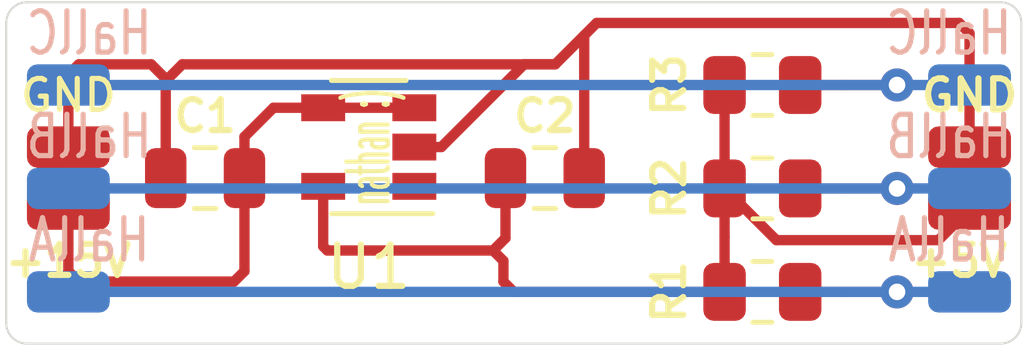
<source format=kicad_pcb>
(kicad_pcb (version 20171130) (host pcbnew "(5.1.10)-1")

  (general
    (thickness 1.6)
    (drawings 21)
    (tracks 56)
    (zones 0)
    (modules 16)
    (nets 8)
  )

  (page A4)
  (layers
    (0 F.Cu signal)
    (31 B.Cu signal)
    (32 B.Adhes user)
    (33 F.Adhes user)
    (34 B.Paste user)
    (35 F.Paste user)
    (36 B.SilkS user)
    (37 F.SilkS user)
    (38 B.Mask user)
    (39 F.Mask user)
    (40 Dwgs.User user)
    (41 Cmts.User user)
    (42 Eco1.User user)
    (43 Eco2.User user)
    (44 Edge.Cuts user)
    (45 Margin user)
    (46 B.CrtYd user)
    (47 F.CrtYd user)
    (48 B.Fab user hide)
    (49 F.Fab user hide)
  )

  (setup
    (last_trace_width 0.25)
    (trace_clearance 0.2)
    (zone_clearance 0.508)
    (zone_45_only no)
    (trace_min 0.2)
    (via_size 0.8)
    (via_drill 0.4)
    (via_min_size 0.4)
    (via_min_drill 0.3)
    (uvia_size 0.3)
    (uvia_drill 0.1)
    (uvias_allowed no)
    (uvia_min_size 0.2)
    (uvia_min_drill 0.1)
    (edge_width 0.05)
    (segment_width 0.2)
    (pcb_text_width 0.3)
    (pcb_text_size 1.5 1.5)
    (mod_edge_width 0.12)
    (mod_text_size 1 1)
    (mod_text_width 0.15)
    (pad_size 1.524 1.524)
    (pad_drill 0.762)
    (pad_to_mask_clearance 0)
    (aux_axis_origin 0 0)
    (visible_elements 7FFFFFFF)
    (pcbplotparams
      (layerselection 0x010fc_ffffffff)
      (usegerberextensions false)
      (usegerberattributes true)
      (usegerberadvancedattributes true)
      (creategerberjobfile true)
      (excludeedgelayer true)
      (linewidth 0.100000)
      (plotframeref false)
      (viasonmask false)
      (mode 1)
      (useauxorigin false)
      (hpglpennumber 1)
      (hpglpenspeed 20)
      (hpglpendiameter 15.000000)
      (psnegative false)
      (psa4output false)
      (plotreference true)
      (plotvalue true)
      (plotinvisibletext false)
      (padsonsilk false)
      (subtractmaskfromsilk false)
      (outputformat 1)
      (mirror false)
      (drillshape 1)
      (scaleselection 1)
      (outputdirectory ""))
  )

  (net 0 "")
  (net 1 GND)
  (net 2 +15V)
  (net 3 +5V)
  (net 4 /HallC)
  (net 5 /HallB)
  (net 6 /HallA)
  (net 7 "Net-(U1-Pad1)")

  (net_class Default "This is the default net class."
    (clearance 0.2)
    (trace_width 0.25)
    (via_dia 0.8)
    (via_drill 0.4)
    (uvia_dia 0.3)
    (uvia_drill 0.1)
    (add_net +15V)
    (add_net +5V)
    (add_net /HallA)
    (add_net /HallB)
    (add_net /HallC)
    (add_net GND)
    (add_net "Net-(U1-Pad1)")
  )

  (module Connector_Wire:SolderWirePad_1x01_SMD_1x2mm (layer F.Cu) (tedit 5DD6EB27) (tstamp 61ED2248)
    (at 128.5 82 90)
    (descr "Wire Pad, Square, SMD Pad,  5mm x 10mm,")
    (tags "MesurementPoint Square SMDPad 5mmx10mm ")
    (path /61EDA874)
    (attr virtual)
    (fp_text reference TP6 (at -1.5 0) (layer F.SilkS) hide
      (effects (font (size 0.75 0.75) (thickness 0.15)))
    )
    (fp_text value TestPoint (at 0 2.54 90) (layer F.Fab)
      (effects (font (size 1 1) (thickness 0.15)))
    )
    (fp_text user %R (at 0 0 90) (layer F.Fab)
      (effects (font (size 1 1) (thickness 0.15)))
    )
    (fp_line (start -0.63 1.27) (end -0.63 -1.27) (layer F.Fab) (width 0.1))
    (fp_line (start 0.63 1.27) (end -0.63 1.27) (layer F.Fab) (width 0.1))
    (fp_line (start 0.63 -1.27) (end 0.63 1.27) (layer F.Fab) (width 0.1))
    (fp_line (start -0.63 -1.27) (end 0.63 -1.27) (layer F.Fab) (width 0.1))
    (fp_line (start -0.63 -1.27) (end -0.63 1.27) (layer F.CrtYd) (width 0.05))
    (fp_line (start -0.63 1.27) (end 0.63 1.27) (layer F.CrtYd) (width 0.05))
    (fp_line (start 0.63 1.27) (end 0.63 -1.27) (layer F.CrtYd) (width 0.05))
    (fp_line (start 0.63 -1.27) (end -0.63 -1.27) (layer F.CrtYd) (width 0.05))
    (pad 1 smd roundrect (at 0 0 90) (size 1 2) (layers F.Cu F.Paste F.Mask) (roundrect_rratio 0.25)
      (net 3 +5V))
  )

  (module Capacitor_SMD:C_0805_2012Metric (layer F.Cu) (tedit 5F68FEEE) (tstamp 61F5D6FC)
    (at 118.25 81.25)
    (descr "Capacitor SMD 0805 (2012 Metric), square (rectangular) end terminal, IPC_7351 nominal, (Body size source: IPC-SM-782 page 76, https://www.pcb-3d.com/wordpress/wp-content/uploads/ipc-sm-782a_amendment_1_and_2.pdf, https://docs.google.com/spreadsheets/d/1BsfQQcO9C6DZCsRaXUlFlo91Tg2WpOkGARC1WS5S8t0/edit?usp=sharing), generated with kicad-footprint-generator")
    (tags capacitor)
    (path /6190BB57)
    (attr smd)
    (fp_text reference C2 (at 0 -1.5) (layer F.SilkS)
      (effects (font (size 0.75 0.75) (thickness 0.15)))
    )
    (fp_text value .1μ (at 0 1.68) (layer F.Fab)
      (effects (font (size 1 1) (thickness 0.15)))
    )
    (fp_line (start -1 0.625) (end -1 -0.625) (layer F.Fab) (width 0.1))
    (fp_line (start -1 -0.625) (end 1 -0.625) (layer F.Fab) (width 0.1))
    (fp_line (start 1 -0.625) (end 1 0.625) (layer F.Fab) (width 0.1))
    (fp_line (start 1 0.625) (end -1 0.625) (layer F.Fab) (width 0.1))
    (fp_line (start -0.261252 -0.735) (end 0.261252 -0.735) (layer F.SilkS) (width 0.12))
    (fp_line (start -0.261252 0.735) (end 0.261252 0.735) (layer F.SilkS) (width 0.12))
    (fp_line (start -1.7 0.98) (end -1.7 -0.98) (layer F.CrtYd) (width 0.05))
    (fp_line (start -1.7 -0.98) (end 1.7 -0.98) (layer F.CrtYd) (width 0.05))
    (fp_line (start 1.7 -0.98) (end 1.7 0.98) (layer F.CrtYd) (width 0.05))
    (fp_line (start 1.7 0.98) (end -1.7 0.98) (layer F.CrtYd) (width 0.05))
    (fp_text user %R (at 0 0) (layer F.Fab)
      (effects (font (size 0.5 0.5) (thickness 0.08)))
    )
    (pad 2 smd roundrect (at 0.95 0) (size 1 1.45) (layers F.Cu F.Paste F.Mask) (roundrect_rratio 0.25)
      (net 1 GND))
    (pad 1 smd roundrect (at -0.95 0) (size 1 1.45) (layers F.Cu F.Paste F.Mask) (roundrect_rratio 0.25)
      (net 3 +5V))
    (model ${KISYS3DMOD}/Capacitor_SMD.3dshapes/C_0805_2012Metric.wrl
      (at (xyz 0 0 0))
      (scale (xyz 1 1 1))
      (rotate (xyz 0 0 0))
    )
  )

  (module Connector_Wire:SolderWirePad_1x01_SMD_1x2mm (layer F.Cu) (tedit 5DD6EB27) (tstamp 61F5D2A5)
    (at 106.75 82 270)
    (descr "Wire Pad, Square, SMD Pad,  5mm x 10mm,")
    (tags "MesurementPoint Square SMDPad 5mmx10mm ")
    (path /61EC6F84)
    (attr virtual)
    (fp_text reference TP1 (at -1.25 0) (layer F.SilkS) hide
      (effects (font (size 0.75 0.75) (thickness 0.15)))
    )
    (fp_text value TestPoint (at 0 2.54 90) (layer F.Fab)
      (effects (font (size 1 1) (thickness 0.15)))
    )
    (fp_line (start 0.63 -1.27) (end -0.63 -1.27) (layer F.CrtYd) (width 0.05))
    (fp_line (start 0.63 1.27) (end 0.63 -1.27) (layer F.CrtYd) (width 0.05))
    (fp_line (start -0.63 1.27) (end 0.63 1.27) (layer F.CrtYd) (width 0.05))
    (fp_line (start -0.63 -1.27) (end -0.63 1.27) (layer F.CrtYd) (width 0.05))
    (fp_line (start -0.63 -1.27) (end 0.63 -1.27) (layer F.Fab) (width 0.1))
    (fp_line (start 0.63 -1.27) (end 0.63 1.27) (layer F.Fab) (width 0.1))
    (fp_line (start 0.63 1.27) (end -0.63 1.27) (layer F.Fab) (width 0.1))
    (fp_line (start -0.63 1.27) (end -0.63 -1.27) (layer F.Fab) (width 0.1))
    (fp_text user %R (at 0 0 90) (layer F.Fab)
      (effects (font (size 1 1) (thickness 0.15)))
    )
    (pad 1 smd roundrect (at 0 0 270) (size 1 2) (layers F.Cu F.Paste F.Mask) (roundrect_rratio 0.25)
      (net 2 +15V))
  )

  (module Connector_Wire:SolderWirePad_1x01_SMD_1x2mm (layer F.Cu) (tedit 5DD6EB27) (tstamp 61ECD214)
    (at 106.75 80.5 270)
    (descr "Wire Pad, Square, SMD Pad,  5mm x 10mm,")
    (tags "MesurementPoint Square SMDPad 5mmx10mm ")
    (path /61EC9E9E)
    (attr virtual)
    (fp_text reference TP5 (at 1.25 0 180) (layer F.SilkS) hide
      (effects (font (size 0.75 0.75) (thickness 0.15)))
    )
    (fp_text value TestPoint (at 0 2.54 90) (layer F.Fab)
      (effects (font (size 1 1) (thickness 0.15)))
    )
    (fp_line (start 0.63 -1.27) (end -0.63 -1.27) (layer F.CrtYd) (width 0.05))
    (fp_line (start 0.63 1.27) (end 0.63 -1.27) (layer F.CrtYd) (width 0.05))
    (fp_line (start -0.63 1.27) (end 0.63 1.27) (layer F.CrtYd) (width 0.05))
    (fp_line (start -0.63 -1.27) (end -0.63 1.27) (layer F.CrtYd) (width 0.05))
    (fp_line (start -0.63 -1.27) (end 0.63 -1.27) (layer F.Fab) (width 0.1))
    (fp_line (start 0.63 -1.27) (end 0.63 1.27) (layer F.Fab) (width 0.1))
    (fp_line (start 0.63 1.27) (end -0.63 1.27) (layer F.Fab) (width 0.1))
    (fp_line (start -0.63 1.27) (end -0.63 -1.27) (layer F.Fab) (width 0.1))
    (fp_text user %R (at 0 0 90) (layer F.Fab)
      (effects (font (size 1 1) (thickness 0.15)))
    )
    (pad 1 smd roundrect (at 0 0 270) (size 1 2) (layers F.Cu F.Paste F.Mask) (roundrect_rratio 0.25)
      (net 1 GND))
  )

  (module Connector_Wire:SolderWirePad_1x01_SMD_1x2mm (layer B.Cu) (tedit 5DD6EB27) (tstamp 61ED2221)
    (at 128.5 79 90)
    (descr "Wire Pad, Square, SMD Pad,  5mm x 10mm,")
    (tags "MesurementPoint Square SMDPad 5mmx10mm ")
    (path /61EDC92F)
    (attr virtual)
    (fp_text reference TP9 (at 1.25 0 180) (layer B.SilkS) hide
      (effects (font (size 0.75 0.75) (thickness 0.15)) (justify mirror))
    )
    (fp_text value TestPoint (at 0 -2.54 90) (layer B.Fab)
      (effects (font (size 1 1) (thickness 0.15)) (justify mirror))
    )
    (fp_line (start 0.63 1.27) (end -0.63 1.27) (layer B.CrtYd) (width 0.05))
    (fp_line (start 0.63 -1.27) (end 0.63 1.27) (layer B.CrtYd) (width 0.05))
    (fp_line (start -0.63 -1.27) (end 0.63 -1.27) (layer B.CrtYd) (width 0.05))
    (fp_line (start -0.63 1.27) (end -0.63 -1.27) (layer B.CrtYd) (width 0.05))
    (fp_line (start -0.63 1.27) (end 0.63 1.27) (layer B.Fab) (width 0.1))
    (fp_line (start 0.63 1.27) (end 0.63 -1.27) (layer B.Fab) (width 0.1))
    (fp_line (start 0.63 -1.27) (end -0.63 -1.27) (layer B.Fab) (width 0.1))
    (fp_line (start -0.63 -1.27) (end -0.63 1.27) (layer B.Fab) (width 0.1))
    (fp_text user %R (at 0 0 90) (layer B.Fab)
      (effects (font (size 1 1) (thickness 0.15)) (justify mirror))
    )
    (pad 1 smd roundrect (at 0 0 90) (size 1 2) (layers B.Cu B.Paste B.Mask) (roundrect_rratio 0.25)
      (net 4 /HallC))
  )

  (module Package_TO_SOT_SMD:SOT-23-5 (layer F.Cu) (tedit 5A02FF57) (tstamp 61ECEDC0)
    (at 114 80.5 180)
    (descr "5-pin SOT23 package")
    (tags SOT-23-5)
    (path /61F0B42A)
    (attr smd)
    (fp_text reference U1 (at 0 -2.9) (layer F.SilkS)
      (effects (font (size 1 1) (thickness 0.15)))
    )
    (fp_text value MIC3490-5.0YM5-TR (at 0 2.9) (layer F.Fab)
      (effects (font (size 1 1) (thickness 0.15)))
    )
    (fp_line (start -0.9 1.61) (end 0.9 1.61) (layer F.SilkS) (width 0.12))
    (fp_line (start 0.9 -1.61) (end -1.55 -1.61) (layer F.SilkS) (width 0.12))
    (fp_line (start -1.9 -1.8) (end 1.9 -1.8) (layer F.CrtYd) (width 0.05))
    (fp_line (start 1.9 -1.8) (end 1.9 1.8) (layer F.CrtYd) (width 0.05))
    (fp_line (start 1.9 1.8) (end -1.9 1.8) (layer F.CrtYd) (width 0.05))
    (fp_line (start -1.9 1.8) (end -1.9 -1.8) (layer F.CrtYd) (width 0.05))
    (fp_line (start -0.9 -0.9) (end -0.25 -1.55) (layer F.Fab) (width 0.1))
    (fp_line (start 0.9 -1.55) (end -0.25 -1.55) (layer F.Fab) (width 0.1))
    (fp_line (start -0.9 -0.9) (end -0.9 1.55) (layer F.Fab) (width 0.1))
    (fp_line (start 0.9 1.55) (end -0.9 1.55) (layer F.Fab) (width 0.1))
    (fp_line (start 0.9 -1.55) (end 0.9 1.55) (layer F.Fab) (width 0.1))
    (fp_text user %R (at 0 0 90) (layer F.Fab)
      (effects (font (size 0.5 0.5) (thickness 0.075)))
    )
    (pad 5 smd rect (at 1.1 -0.95 180) (size 1.06 0.65) (layers F.Cu F.Paste F.Mask)
      (net 3 +5V))
    (pad 4 smd rect (at 1.1 0.95 180) (size 1.06 0.65) (layers F.Cu F.Paste F.Mask)
      (net 2 +15V))
    (pad 3 smd rect (at -1.1 0.95 180) (size 1.06 0.65) (layers F.Cu F.Paste F.Mask)
      (net 2 +15V))
    (pad 2 smd rect (at -1.1 0 180) (size 1.06 0.65) (layers F.Cu F.Paste F.Mask)
      (net 1 GND))
    (pad 1 smd rect (at -1.1 -0.95 180) (size 1.06 0.65) (layers F.Cu F.Paste F.Mask)
      (net 7 "Net-(U1-Pad1)"))
    (model ${KISYS3DMOD}/Package_TO_SOT_SMD.3dshapes/SOT-23-5.wrl
      (at (xyz 0 0 0))
      (scale (xyz 1 1 1))
      (rotate (xyz 0 0 0))
    )
  )

  (module Connector_Wire:SolderWirePad_1x01_SMD_1x2mm (layer B.Cu) (tedit 5DD6EB27) (tstamp 61ED284A)
    (at 106.75 81.5 90)
    (descr "Wire Pad, Square, SMD Pad,  5mm x 10mm,")
    (tags "MesurementPoint Square SMDPad 5mmx10mm ")
    (path /61EC9285)
    (attr virtual)
    (fp_text reference TP3 (at 1.25 0 180) (layer B.SilkS) hide
      (effects (font (size 0.75 0.75) (thickness 0.15)) (justify mirror))
    )
    (fp_text value TestPoint (at 0 -2.54 90) (layer B.Fab)
      (effects (font (size 1 1) (thickness 0.15)) (justify mirror))
    )
    (fp_line (start 0.63 1.27) (end -0.63 1.27) (layer B.CrtYd) (width 0.05))
    (fp_line (start 0.63 -1.27) (end 0.63 1.27) (layer B.CrtYd) (width 0.05))
    (fp_line (start -0.63 -1.27) (end 0.63 -1.27) (layer B.CrtYd) (width 0.05))
    (fp_line (start -0.63 1.27) (end -0.63 -1.27) (layer B.CrtYd) (width 0.05))
    (fp_line (start -0.63 1.27) (end 0.63 1.27) (layer B.Fab) (width 0.1))
    (fp_line (start 0.63 1.27) (end 0.63 -1.27) (layer B.Fab) (width 0.1))
    (fp_line (start 0.63 -1.27) (end -0.63 -1.27) (layer B.Fab) (width 0.1))
    (fp_line (start -0.63 -1.27) (end -0.63 1.27) (layer B.Fab) (width 0.1))
    (fp_text user %R (at 0 0 90) (layer B.Fab)
      (effects (font (size 1 1) (thickness 0.15)) (justify mirror))
    )
    (pad 1 smd roundrect (at 0 0 90) (size 1 2) (layers B.Cu B.Paste B.Mask) (roundrect_rratio 0.25)
      (net 5 /HallB))
  )

  (module Resistor_SMD:R_0805_2012Metric (layer F.Cu) (tedit 5F68FEEE) (tstamp 61ED22D2)
    (at 123.5 79 180)
    (descr "Resistor SMD 0805 (2012 Metric), square (rectangular) end terminal, IPC_7351 nominal, (Body size source: IPC-SM-782 page 72, https://www.pcb-3d.com/wordpress/wp-content/uploads/ipc-sm-782a_amendment_1_and_2.pdf), generated with kicad-footprint-generator")
    (tags resistor)
    (path /61938C1E)
    (attr smd)
    (fp_text reference R3 (at 2.25 0 270) (layer F.SilkS)
      (effects (font (size 0.75 0.75) (thickness 0.15)))
    )
    (fp_text value 1K (at 0 1.65) (layer F.Fab)
      (effects (font (size 1 1) (thickness 0.15)))
    )
    (fp_line (start -1 0.625) (end -1 -0.625) (layer F.Fab) (width 0.1))
    (fp_line (start -1 -0.625) (end 1 -0.625) (layer F.Fab) (width 0.1))
    (fp_line (start 1 -0.625) (end 1 0.625) (layer F.Fab) (width 0.1))
    (fp_line (start 1 0.625) (end -1 0.625) (layer F.Fab) (width 0.1))
    (fp_line (start -0.227064 -0.735) (end 0.227064 -0.735) (layer F.SilkS) (width 0.12))
    (fp_line (start -0.227064 0.735) (end 0.227064 0.735) (layer F.SilkS) (width 0.12))
    (fp_line (start -1.68 0.95) (end -1.68 -0.95) (layer F.CrtYd) (width 0.05))
    (fp_line (start -1.68 -0.95) (end 1.68 -0.95) (layer F.CrtYd) (width 0.05))
    (fp_line (start 1.68 -0.95) (end 1.68 0.95) (layer F.CrtYd) (width 0.05))
    (fp_line (start 1.68 0.95) (end -1.68 0.95) (layer F.CrtYd) (width 0.05))
    (fp_text user %R (at 0 0) (layer F.Fab)
      (effects (font (size 0.5 0.5) (thickness 0.08)))
    )
    (pad 2 smd roundrect (at 0.9125 0 180) (size 1.025 1.4) (layers F.Cu F.Paste F.Mask) (roundrect_rratio 0.243902)
      (net 3 +5V))
    (pad 1 smd roundrect (at -0.9125 0 180) (size 1.025 1.4) (layers F.Cu F.Paste F.Mask) (roundrect_rratio 0.243902)
      (net 4 /HallC))
    (model ${KISYS3DMOD}/Resistor_SMD.3dshapes/R_0805_2012Metric.wrl
      (at (xyz 0 0 0))
      (scale (xyz 1 1 1))
      (rotate (xyz 0 0 0))
    )
  )

  (module Connector_Wire:SolderWirePad_1x01_SMD_1x2mm (layer B.Cu) (tedit 5DD6EB27) (tstamp 61ECD1EA)
    (at 106.75 79 270)
    (descr "Wire Pad, Square, SMD Pad,  5mm x 10mm,")
    (tags "MesurementPoint Square SMDPad 5mmx10mm ")
    (path /61EC8CC8)
    (attr virtual)
    (fp_text reference TP2 (at -1.25 0 180) (layer B.SilkS) hide
      (effects (font (size 0.75 0.75) (thickness 0.15)) (justify mirror))
    )
    (fp_text value TestPoint (at 0 -2.54 90) (layer B.Fab)
      (effects (font (size 1 1) (thickness 0.15)) (justify mirror))
    )
    (fp_line (start 0.63 1.27) (end -0.63 1.27) (layer B.CrtYd) (width 0.05))
    (fp_line (start 0.63 -1.27) (end 0.63 1.27) (layer B.CrtYd) (width 0.05))
    (fp_line (start -0.63 -1.27) (end 0.63 -1.27) (layer B.CrtYd) (width 0.05))
    (fp_line (start -0.63 1.27) (end -0.63 -1.27) (layer B.CrtYd) (width 0.05))
    (fp_line (start -0.63 1.27) (end 0.63 1.27) (layer B.Fab) (width 0.1))
    (fp_line (start 0.63 1.27) (end 0.63 -1.27) (layer B.Fab) (width 0.1))
    (fp_line (start 0.63 -1.27) (end -0.63 -1.27) (layer B.Fab) (width 0.1))
    (fp_line (start -0.63 -1.27) (end -0.63 1.27) (layer B.Fab) (width 0.1))
    (fp_text user %R (at 0 0 90) (layer B.Fab)
      (effects (font (size 1 1) (thickness 0.15)) (justify mirror))
    )
    (pad 1 smd roundrect (at 0 0 270) (size 1 2) (layers B.Cu B.Paste B.Mask) (roundrect_rratio 0.25)
      (net 4 /HallC))
  )

  (module Capacitor_SMD:C_0805_2012Metric (layer F.Cu) (tedit 5F68FEEE) (tstamp 61F573D1)
    (at 110.05 81.25 180)
    (descr "Capacitor SMD 0805 (2012 Metric), square (rectangular) end terminal, IPC_7351 nominal, (Body size source: IPC-SM-782 page 76, https://www.pcb-3d.com/wordpress/wp-content/uploads/ipc-sm-782a_amendment_1_and_2.pdf, https://docs.google.com/spreadsheets/d/1BsfQQcO9C6DZCsRaXUlFlo91Tg2WpOkGARC1WS5S8t0/edit?usp=sharing), generated with kicad-footprint-generator")
    (tags capacitor)
    (path /619099D6)
    (attr smd)
    (fp_text reference C1 (at 0 1.5) (layer F.SilkS)
      (effects (font (size 0.75 0.75) (thickness 0.15)))
    )
    (fp_text value .33μ (at 0 1.68) (layer F.Fab)
      (effects (font (size 1 1) (thickness 0.15)))
    )
    (fp_line (start -1 0.625) (end -1 -0.625) (layer F.Fab) (width 0.1))
    (fp_line (start -1 -0.625) (end 1 -0.625) (layer F.Fab) (width 0.1))
    (fp_line (start 1 -0.625) (end 1 0.625) (layer F.Fab) (width 0.1))
    (fp_line (start 1 0.625) (end -1 0.625) (layer F.Fab) (width 0.1))
    (fp_line (start -0.261252 -0.735) (end 0.261252 -0.735) (layer F.SilkS) (width 0.12))
    (fp_line (start -0.261252 0.735) (end 0.261252 0.735) (layer F.SilkS) (width 0.12))
    (fp_line (start -1.7 0.98) (end -1.7 -0.98) (layer F.CrtYd) (width 0.05))
    (fp_line (start -1.7 -0.98) (end 1.7 -0.98) (layer F.CrtYd) (width 0.05))
    (fp_line (start 1.7 -0.98) (end 1.7 0.98) (layer F.CrtYd) (width 0.05))
    (fp_line (start 1.7 0.98) (end -1.7 0.98) (layer F.CrtYd) (width 0.05))
    (fp_text user %R (at 0 0) (layer F.Fab)
      (effects (font (size 0.5 0.5) (thickness 0.08)))
    )
    (pad 2 smd roundrect (at 0.95 0 180) (size 1 1.45) (layers F.Cu F.Paste F.Mask) (roundrect_rratio 0.25)
      (net 1 GND))
    (pad 1 smd roundrect (at -0.95 0 180) (size 1 1.45) (layers F.Cu F.Paste F.Mask) (roundrect_rratio 0.25)
      (net 2 +15V))
    (model ${KISYS3DMOD}/Capacitor_SMD.3dshapes/C_0805_2012Metric.wrl
      (at (xyz 0 0 0))
      (scale (xyz 1 1 1))
      (rotate (xyz 0 0 0))
    )
  )

  (module Resistor_SMD:R_0805_2012Metric (layer F.Cu) (tedit 5F68FEEE) (tstamp 61ED22A2)
    (at 123.5 84 180)
    (descr "Resistor SMD 0805 (2012 Metric), square (rectangular) end terminal, IPC_7351 nominal, (Body size source: IPC-SM-782 page 72, https://www.pcb-3d.com/wordpress/wp-content/uploads/ipc-sm-782a_amendment_1_and_2.pdf), generated with kicad-footprint-generator")
    (tags resistor)
    (path /61935F07)
    (attr smd)
    (fp_text reference R1 (at 2.25 0 90) (layer F.SilkS)
      (effects (font (size 0.75 0.75) (thickness 0.15)))
    )
    (fp_text value 1K (at 0 1.65) (layer F.Fab)
      (effects (font (size 1 1) (thickness 0.15)))
    )
    (fp_line (start -1 0.625) (end -1 -0.625) (layer F.Fab) (width 0.1))
    (fp_line (start -1 -0.625) (end 1 -0.625) (layer F.Fab) (width 0.1))
    (fp_line (start 1 -0.625) (end 1 0.625) (layer F.Fab) (width 0.1))
    (fp_line (start 1 0.625) (end -1 0.625) (layer F.Fab) (width 0.1))
    (fp_line (start -0.227064 -0.735) (end 0.227064 -0.735) (layer F.SilkS) (width 0.12))
    (fp_line (start -0.227064 0.735) (end 0.227064 0.735) (layer F.SilkS) (width 0.12))
    (fp_line (start -1.68 0.95) (end -1.68 -0.95) (layer F.CrtYd) (width 0.05))
    (fp_line (start -1.68 -0.95) (end 1.68 -0.95) (layer F.CrtYd) (width 0.05))
    (fp_line (start 1.68 -0.95) (end 1.68 0.95) (layer F.CrtYd) (width 0.05))
    (fp_line (start 1.68 0.95) (end -1.68 0.95) (layer F.CrtYd) (width 0.05))
    (fp_text user %R (at 0 0) (layer F.Fab)
      (effects (font (size 0.5 0.5) (thickness 0.08)))
    )
    (pad 2 smd roundrect (at 0.9125 0 180) (size 1.025 1.4) (layers F.Cu F.Paste F.Mask) (roundrect_rratio 0.243902)
      (net 3 +5V))
    (pad 1 smd roundrect (at -0.9125 0 180) (size 1.025 1.4) (layers F.Cu F.Paste F.Mask) (roundrect_rratio 0.243902)
      (net 6 /HallA))
    (model ${KISYS3DMOD}/Resistor_SMD.3dshapes/R_0805_2012Metric.wrl
      (at (xyz 0 0 0))
      (scale (xyz 1 1 1))
      (rotate (xyz 0 0 0))
    )
  )

  (module Resistor_SMD:R_0805_2012Metric (layer F.Cu) (tedit 5F68FEEE) (tstamp 61ED2272)
    (at 123.5 81.5 180)
    (descr "Resistor SMD 0805 (2012 Metric), square (rectangular) end terminal, IPC_7351 nominal, (Body size source: IPC-SM-782 page 72, https://www.pcb-3d.com/wordpress/wp-content/uploads/ipc-sm-782a_amendment_1_and_2.pdf), generated with kicad-footprint-generator")
    (tags resistor)
    (path /61937E55)
    (attr smd)
    (fp_text reference R2 (at 2.25 0 90) (layer F.SilkS)
      (effects (font (size 0.75 0.75) (thickness 0.15)))
    )
    (fp_text value 1K (at 0 1.65) (layer F.Fab)
      (effects (font (size 1 1) (thickness 0.15)))
    )
    (fp_line (start -1 0.625) (end -1 -0.625) (layer F.Fab) (width 0.1))
    (fp_line (start -1 -0.625) (end 1 -0.625) (layer F.Fab) (width 0.1))
    (fp_line (start 1 -0.625) (end 1 0.625) (layer F.Fab) (width 0.1))
    (fp_line (start 1 0.625) (end -1 0.625) (layer F.Fab) (width 0.1))
    (fp_line (start -0.227064 -0.735) (end 0.227064 -0.735) (layer F.SilkS) (width 0.12))
    (fp_line (start -0.227064 0.735) (end 0.227064 0.735) (layer F.SilkS) (width 0.12))
    (fp_line (start -1.68 0.95) (end -1.68 -0.95) (layer F.CrtYd) (width 0.05))
    (fp_line (start -1.68 -0.95) (end 1.68 -0.95) (layer F.CrtYd) (width 0.05))
    (fp_line (start 1.68 -0.95) (end 1.68 0.95) (layer F.CrtYd) (width 0.05))
    (fp_line (start 1.68 0.95) (end -1.68 0.95) (layer F.CrtYd) (width 0.05))
    (fp_text user %R (at 0 0) (layer F.Fab)
      (effects (font (size 0.5 0.5) (thickness 0.08)))
    )
    (pad 2 smd roundrect (at 0.9125 0 180) (size 1.025 1.4) (layers F.Cu F.Paste F.Mask) (roundrect_rratio 0.243902)
      (net 3 +5V))
    (pad 1 smd roundrect (at -0.9125 0 180) (size 1.025 1.4) (layers F.Cu F.Paste F.Mask) (roundrect_rratio 0.243902)
      (net 5 /HallB))
    (model ${KISYS3DMOD}/Resistor_SMD.3dshapes/R_0805_2012Metric.wrl
      (at (xyz 0 0 0))
      (scale (xyz 1 1 1))
      (rotate (xyz 0 0 0))
    )
  )

  (module Connector_Wire:SolderWirePad_1x01_SMD_1x2mm (layer B.Cu) (tedit 5DD6EB27) (tstamp 61ED2C55)
    (at 106.75 84 90)
    (descr "Wire Pad, Square, SMD Pad,  5mm x 10mm,")
    (tags "MesurementPoint Square SMDPad 5mmx10mm ")
    (path /61EC98C9)
    (attr virtual)
    (fp_text reference TP4 (at 1.25 0 180) (layer B.SilkS) hide
      (effects (font (size 0.75 0.75) (thickness 0.15)) (justify mirror))
    )
    (fp_text value TestPoint (at 0 -2.54 90) (layer B.Fab)
      (effects (font (size 1 1) (thickness 0.15)) (justify mirror))
    )
    (fp_line (start 0.63 1.27) (end -0.63 1.27) (layer B.CrtYd) (width 0.05))
    (fp_line (start 0.63 -1.27) (end 0.63 1.27) (layer B.CrtYd) (width 0.05))
    (fp_line (start -0.63 -1.27) (end 0.63 -1.27) (layer B.CrtYd) (width 0.05))
    (fp_line (start -0.63 1.27) (end -0.63 -1.27) (layer B.CrtYd) (width 0.05))
    (fp_line (start -0.63 1.27) (end 0.63 1.27) (layer B.Fab) (width 0.1))
    (fp_line (start 0.63 1.27) (end 0.63 -1.27) (layer B.Fab) (width 0.1))
    (fp_line (start 0.63 -1.27) (end -0.63 -1.27) (layer B.Fab) (width 0.1))
    (fp_line (start -0.63 -1.27) (end -0.63 1.27) (layer B.Fab) (width 0.1))
    (fp_text user %R (at 0 0 90) (layer B.Fab)
      (effects (font (size 1 1) (thickness 0.15)) (justify mirror))
    )
    (pad 1 smd roundrect (at 0 0 90) (size 1 2) (layers B.Cu B.Paste B.Mask) (roundrect_rratio 0.25)
      (net 6 /HallA))
  )

  (module Connector_Wire:SolderWirePad_1x01_SMD_1x2mm (layer F.Cu) (tedit 5DD6EB27) (tstamp 61ED23F6)
    (at 128.5 80.5 270)
    (descr "Wire Pad, Square, SMD Pad,  5mm x 10mm,")
    (tags "MesurementPoint Square SMDPad 5mmx10mm ")
    (path /61EDCE66)
    (attr virtual)
    (fp_text reference TP10 (at -1.25 0 180) (layer F.SilkS) hide
      (effects (font (size 0.75 0.75) (thickness 0.15)))
    )
    (fp_text value TestPoint (at 0 2.54 90) (layer F.Fab)
      (effects (font (size 1 1) (thickness 0.15)))
    )
    (fp_line (start 0.63 -1.27) (end -0.63 -1.27) (layer F.CrtYd) (width 0.05))
    (fp_line (start 0.63 1.27) (end 0.63 -1.27) (layer F.CrtYd) (width 0.05))
    (fp_line (start -0.63 1.27) (end 0.63 1.27) (layer F.CrtYd) (width 0.05))
    (fp_line (start -0.63 -1.27) (end -0.63 1.27) (layer F.CrtYd) (width 0.05))
    (fp_line (start -0.63 -1.27) (end 0.63 -1.27) (layer F.Fab) (width 0.1))
    (fp_line (start 0.63 -1.27) (end 0.63 1.27) (layer F.Fab) (width 0.1))
    (fp_line (start 0.63 1.27) (end -0.63 1.27) (layer F.Fab) (width 0.1))
    (fp_line (start -0.63 1.27) (end -0.63 -1.27) (layer F.Fab) (width 0.1))
    (fp_text user %R (at 0 0 90) (layer F.Fab)
      (effects (font (size 1 1) (thickness 0.15)))
    )
    (pad 1 smd roundrect (at 0 0 270) (size 1 2) (layers F.Cu F.Paste F.Mask) (roundrect_rratio 0.25)
      (net 1 GND))
  )

  (module Connector_Wire:SolderWirePad_1x01_SMD_1x2mm (layer B.Cu) (tedit 5DD6EB27) (tstamp 61ED21FA)
    (at 128.5 81.5 90)
    (descr "Wire Pad, Square, SMD Pad,  5mm x 10mm,")
    (tags "MesurementPoint Square SMDPad 5mmx10mm ")
    (path /61EDC441)
    (attr virtual)
    (fp_text reference TP8 (at 1.25 0 180) (layer B.SilkS) hide
      (effects (font (size 0.75 0.75) (thickness 0.15)) (justify mirror))
    )
    (fp_text value TestPoint (at 0 -2.54 90) (layer B.Fab)
      (effects (font (size 1 1) (thickness 0.15)) (justify mirror))
    )
    (fp_line (start 0.63 1.27) (end -0.63 1.27) (layer B.CrtYd) (width 0.05))
    (fp_line (start 0.63 -1.27) (end 0.63 1.27) (layer B.CrtYd) (width 0.05))
    (fp_line (start -0.63 -1.27) (end 0.63 -1.27) (layer B.CrtYd) (width 0.05))
    (fp_line (start -0.63 1.27) (end -0.63 -1.27) (layer B.CrtYd) (width 0.05))
    (fp_line (start -0.63 1.27) (end 0.63 1.27) (layer B.Fab) (width 0.1))
    (fp_line (start 0.63 1.27) (end 0.63 -1.27) (layer B.Fab) (width 0.1))
    (fp_line (start 0.63 -1.27) (end -0.63 -1.27) (layer B.Fab) (width 0.1))
    (fp_line (start -0.63 -1.27) (end -0.63 1.27) (layer B.Fab) (width 0.1))
    (fp_text user %R (at 0 0 90) (layer B.Fab)
      (effects (font (size 1 1) (thickness 0.15)) (justify mirror))
    )
    (pad 1 smd roundrect (at 0 0 90) (size 1 2) (layers B.Cu B.Paste B.Mask) (roundrect_rratio 0.25)
      (net 5 /HallB))
  )

  (module Connector_Wire:SolderWirePad_1x01_SMD_1x2mm (layer B.Cu) (tedit 5DD6EB27) (tstamp 61ED21D3)
    (at 128.5 84 90)
    (descr "Wire Pad, Square, SMD Pad,  5mm x 10mm,")
    (tags "MesurementPoint Square SMDPad 5mmx10mm ")
    (path /61EDBE9F)
    (attr virtual)
    (fp_text reference TP7 (at 1.25 0 180) (layer B.SilkS) hide
      (effects (font (size 0.75 0.75) (thickness 0.15)) (justify mirror))
    )
    (fp_text value TestPoint (at 0 -2.54 90) (layer B.Fab)
      (effects (font (size 1 1) (thickness 0.15)) (justify mirror))
    )
    (fp_line (start 0.63 1.27) (end -0.63 1.27) (layer B.CrtYd) (width 0.05))
    (fp_line (start 0.63 -1.27) (end 0.63 1.27) (layer B.CrtYd) (width 0.05))
    (fp_line (start -0.63 -1.27) (end 0.63 -1.27) (layer B.CrtYd) (width 0.05))
    (fp_line (start -0.63 1.27) (end -0.63 -1.27) (layer B.CrtYd) (width 0.05))
    (fp_line (start -0.63 1.27) (end 0.63 1.27) (layer B.Fab) (width 0.1))
    (fp_line (start 0.63 1.27) (end 0.63 -1.27) (layer B.Fab) (width 0.1))
    (fp_line (start 0.63 -1.27) (end -0.63 -1.27) (layer B.Fab) (width 0.1))
    (fp_line (start -0.63 -1.27) (end -0.63 1.27) (layer B.Fab) (width 0.1))
    (fp_text user %R (at 0 0 90) (layer B.Fab)
      (effects (font (size 1 1) (thickness 0.15)) (justify mirror))
    )
    (pad 1 smd roundrect (at 0 0 90) (size 1 2) (layers B.Cu B.Paste B.Mask) (roundrect_rratio 0.25)
      (net 6 /HallA))
  )

  (gr_text GND (at 128.5 79.25) (layer F.SilkS)
    (effects (font (size 0.75 0.75) (thickness 0.15)))
  )
  (gr_text GND (at 106.75 79.25) (layer F.SilkS)
    (effects (font (size 0.75 0.75) (thickness 0.125)))
  )
  (gr_text "nathan :)" (at 114 80.5 90) (layer F.SilkS) (tstamp 61F5A6AB)
    (effects (font (size 1 0.4) (thickness 0.1)))
  )
  (gr_text HallA (at 107.25 82.75) (layer B.SilkS) (tstamp 61F5B3A5)
    (effects (font (size 1 0.75) (thickness 0.125)) (justify mirror))
  )
  (gr_text HallB (at 107.25 80.25) (layer B.SilkS) (tstamp 61F5C2CC)
    (effects (font (size 1 0.75) (thickness 0.125)) (justify mirror))
  )
  (gr_text HallC (at 107.25 77.75) (layer B.SilkS)
    (effects (font (size 1 0.75) (thickness 0.125)) (justify mirror))
  )
  (gr_text HallA (at 128 82.75) (layer B.SilkS)
    (effects (font (size 1 0.75) (thickness 0.125)) (justify mirror))
  )
  (gr_text HallB (at 128 80.25) (layer B.SilkS)
    (effects (font (size 1 0.75) (thickness 0.125)) (justify mirror))
  )
  (gr_text HallC (at 128 77.75) (layer B.SilkS)
    (effects (font (size 1 0.75) (thickness 0.125)) (justify mirror))
  )
  (gr_text +5V (at 128.25 83.25) (layer F.SilkS)
    (effects (font (size 0.75 0.75) (thickness 0.15)))
  )
  (gr_text +15V (at 106.75 83.25) (layer F.SilkS)
    (effects (font (size 0.75 0.75) (thickness 0.15)))
  )
  (gr_arc (start 105.75 84.75) (end 105.25 84.75) (angle -90) (layer Edge.Cuts) (width 0.05))
  (gr_arc (start 105.75 77.5) (end 105.75 77) (angle -90) (layer Edge.Cuts) (width 0.05))
  (gr_arc (start 129.25 77.5) (end 129.75 77.5) (angle -90) (layer Edge.Cuts) (width 0.05))
  (gr_arc (start 129.25 84.75) (end 129.25 85.25) (angle -90) (layer Edge.Cuts) (width 0.05))
  (gr_line (start 105.25 84.75) (end 105.25 84.75) (layer Edge.Cuts) (width 0.05) (tstamp 61ED2AA7))
  (gr_line (start 129.25 85.25) (end 105.75 85.25) (layer Edge.Cuts) (width 0.05))
  (gr_line (start 129.75 77.5) (end 129.75 84.75) (layer Edge.Cuts) (width 0.05))
  (gr_line (start 105.25 77.5) (end 105.25 84.75) (layer Edge.Cuts) (width 0.05))
  (gr_line (start 105.75 77) (end 105.75 77) (layer Edge.Cuts) (width 0.05))
  (gr_line (start 129.25 77) (end 105.75 77) (layer Edge.Cuts) (width 0.05))

  (segment (start 109.1 81.25) (end 109.1 78.9) (width 0.25) (layer F.Cu) (net 1))
  (segment (start 109.1 78.9) (end 109.1 78.85) (width 0.25) (layer F.Cu) (net 1))
  (segment (start 109.1 78.85) (end 108.75 78.5) (width 0.25) (layer F.Cu) (net 1))
  (segment (start 108.75 78.5) (end 107 78.5) (width 0.25) (layer F.Cu) (net 1))
  (segment (start 107 78.5) (end 106.75 78.75) (width 0.25) (layer F.Cu) (net 1))
  (segment (start 106.75 78.75) (end 106.75 80.5) (width 0.25) (layer F.Cu) (net 1))
  (segment (start 119.2 81.25) (end 119.2 78.95) (width 0.25) (layer F.Cu) (net 1))
  (segment (start 119.2 78.95) (end 119.2 77.8) (width 0.25) (layer F.Cu) (net 1))
  (segment (start 119.5 77.5) (end 128.25 77.5) (width 0.25) (layer F.Cu) (net 1))
  (segment (start 128.5 77.75) (end 128.5 80.5) (width 0.25) (layer F.Cu) (net 1))
  (segment (start 128.25 77.5) (end 128.5 77.75) (width 0.25) (layer F.Cu) (net 1))
  (segment (start 115.75 80.5) (end 115.1 80.5) (width 0.25) (layer F.Cu) (net 1))
  (segment (start 118.5 78.5) (end 119.2 77.8) (width 0.25) (layer F.Cu) (net 1))
  (segment (start 109.5 78.5) (end 118.5 78.5) (width 0.25) (layer F.Cu) (net 1))
  (segment (start 109.1 78.9) (end 109.5 78.5) (width 0.25) (layer F.Cu) (net 1))
  (segment (start 117.75 78.5) (end 115.75 80.5) (width 0.25) (layer F.Cu) (net 1))
  (segment (start 118.5 78.5) (end 117.75 78.5) (width 0.25) (layer F.Cu) (net 1))
  (segment (start 119.2 77.8) (end 119.5 77.5) (width 0.25) (layer F.Cu) (net 1))
  (segment (start 112.9 79.55) (end 115.1 79.55) (width 0.25) (layer F.Cu) (net 2))
  (segment (start 111 81.25) (end 111 80.25) (width 0.25) (layer F.Cu) (net 2))
  (segment (start 111.7 79.55) (end 111 80.25) (width 0.25) (layer F.Cu) (net 2))
  (segment (start 112.9 79.55) (end 111.7 79.55) (width 0.25) (layer F.Cu) (net 2))
  (segment (start 111 83.5) (end 111 81.25) (width 0.25) (layer F.Cu) (net 2))
  (segment (start 107 83.75) (end 110.75 83.75) (width 0.25) (layer F.Cu) (net 2))
  (segment (start 106.75 83.5) (end 107 83.75) (width 0.25) (layer F.Cu) (net 2))
  (segment (start 110.75 83.75) (end 111 83.5) (width 0.25) (layer F.Cu) (net 2))
  (segment (start 106.75 82) (end 106.75 83.5) (width 0.25) (layer F.Cu) (net 2))
  (segment (start 122.5875 82.6625) (end 122.5875 84) (width 0.25) (layer F.Cu) (net 3))
  (segment (start 122.5875 79) (end 122.5875 82.6625) (width 0.25) (layer F.Cu) (net 3))
  (segment (start 112.9 81.45) (end 112.9 82.9) (width 0.25) (layer F.Cu) (net 3))
  (segment (start 112.9 82.9) (end 113 83) (width 0.25) (layer F.Cu) (net 3))
  (segment (start 113 83) (end 117 83) (width 0.25) (layer F.Cu) (net 3))
  (segment (start 117.3 82.7) (end 117.3 81.25) (width 0.25) (layer F.Cu) (net 3))
  (segment (start 117 83) (end 117.3 82.7) (width 0.25) (layer F.Cu) (net 3))
  (segment (start 117 83) (end 117.25 83.25) (width 0.25) (layer F.Cu) (net 3))
  (segment (start 117.25 83.25) (end 117.25 83.75) (width 0.25) (layer F.Cu) (net 3))
  (segment (start 117.25 83.75) (end 117.5 84) (width 0.25) (layer F.Cu) (net 3))
  (segment (start 117.5 84) (end 122.5875 84) (width 0.25) (layer F.Cu) (net 3))
  (segment (start 128.5 82) (end 127.75 82.75) (width 0.25) (layer F.Cu) (net 3))
  (segment (start 123.8375 82.75) (end 122.5875 81.5) (width 0.25) (layer F.Cu) (net 3))
  (segment (start 127.75 82.75) (end 123.8375 82.75) (width 0.25) (layer F.Cu) (net 3))
  (segment (start 126.75 79) (end 128.5 79) (width 0.25) (layer B.Cu) (net 4))
  (segment (start 126.75 79) (end 106.75 79) (width 0.25) (layer B.Cu) (net 4) (tstamp 61F5C2BA))
  (segment (start 125.4125 79) (end 126.75 79) (width 0.25) (layer F.Cu) (net 4))
  (via (at 126.75 79) (size 0.8) (drill 0.4) (layers F.Cu B.Cu) (net 4))
  (segment (start 124.4125 79) (end 125.4125 79) (width 0.25) (layer F.Cu) (net 4))
  (segment (start 125.4125 81.5) (end 126.75 81.5) (width 0.25) (layer F.Cu) (net 5))
  (segment (start 126.75 81.5) (end 128.5 81.5) (width 0.25) (layer B.Cu) (net 5))
  (segment (start 106.75 81.5) (end 126.75 81.5) (width 0.25) (layer B.Cu) (net 5))
  (via (at 126.75 81.5) (size 0.8) (drill 0.4) (layers F.Cu B.Cu) (net 5))
  (segment (start 124.4125 81.5) (end 125.4125 81.5) (width 0.25) (layer F.Cu) (net 5))
  (segment (start 125.4125 84) (end 126.75 84) (width 0.25) (layer F.Cu) (net 6))
  (segment (start 126.75 84) (end 128.5 84) (width 0.25) (layer B.Cu) (net 6))
  (segment (start 126.75 84) (end 106.75 84) (width 0.25) (layer B.Cu) (net 6) (tstamp 61F5B386))
  (via (at 126.75 84) (size 0.8) (drill 0.4) (layers F.Cu B.Cu) (net 6))
  (segment (start 124.4125 84) (end 125.4125 84) (width 0.25) (layer F.Cu) (net 6))

)

</source>
